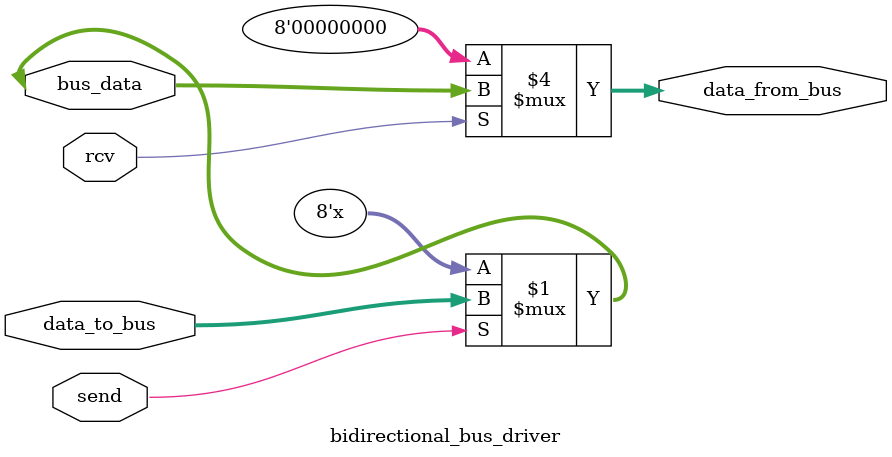
<source format=v>
`timescale 1ns / 1ps
module bidirectional_bus_driver (
    input [7:0] data_to_bus,     // 회로 블록에서 버스로 보낼 데이터
    input send,                  // 데이터 전송 활성화 신호
    input rcv,                   // 데이터 수신 활성화 신호
    inout [7:0] bus_data,        // 양방향 데이터 버스
    output reg [7:0] data_from_bus // 버스에서 읽어온 데이터
);

    // 3상태 버퍼 구현: send 신호가 활성화되면 data_to_bus를 bus_data로 전달
    assign bus_data = (send) ? data_to_bus : 8'bz;

    // 데이터 수신 로직: rcv 신호가 활성화되면 bus_data를 data_from_bus로 읽어옴
    always @(*) begin
        if (rcv) begin
            data_from_bus = bus_data;
        end else begin
            data_from_bus = 8'b0; // 기본값 설정
        end
    end

endmodule

</source>
